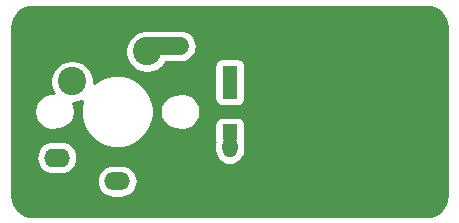
<source format=gbr>
G04 #@! TF.GenerationSoftware,KiCad,Pcbnew,(5.1.4)-1*
G04 #@! TF.CreationDate,2023-05-20T19:36:27-04:00*
G04 #@! TF.ProjectId,Sample,53616d70-6c65-42e6-9b69-6361645f7063,rev?*
G04 #@! TF.SameCoordinates,Original*
G04 #@! TF.FileFunction,Copper,L2,Bot*
G04 #@! TF.FilePolarity,Positive*
%FSLAX46Y46*%
G04 Gerber Fmt 4.6, Leading zero omitted, Abs format (unit mm)*
G04 Created by KiCad (PCBNEW (5.1.4)-1) date 2023-05-20 19:36:27*
%MOMM*%
%LPD*%
G04 APERTURE LIST*
%ADD10C,2.400000*%
%ADD11C,1.500000*%
%ADD12C,1.500000*%
%ADD13O,2.200000X1.600000*%
%ADD14O,2.200000X1.500000*%
%ADD15R,1.300000X1.400000*%
%ADD16O,1.300000X1.778000*%
%ADD17R,1.300000X1.778000*%
%ADD18C,0.250000*%
%ADD19C,0.254000*%
G04 APERTURE END LIST*
D10*
X131921250Y-90170000D03*
D11*
X133281292Y-89709599D03*
D12*
X131831347Y-89722252D02*
X134731237Y-89696946D01*
D13*
X124281250Y-99150000D03*
D14*
X129381250Y-101150000D03*
D10*
X125571250Y-92710000D03*
D15*
X138906250Y-97025000D03*
X138906250Y-93475000D03*
D16*
X138906250Y-98250000D03*
D17*
X138906250Y-92250000D03*
D18*
X138906250Y-92250000D02*
X138906250Y-93475000D01*
X138906250Y-97025000D02*
X138906250Y-98250000D01*
D19*
G36*
X155908710Y-86420886D02*
G01*
X156229710Y-86517801D01*
X156525775Y-86675221D01*
X156785623Y-86887149D01*
X156999358Y-87145510D01*
X157158838Y-87440464D01*
X157257994Y-87760782D01*
X157296250Y-88124762D01*
X157296251Y-102361461D01*
X157260364Y-102727460D01*
X157163448Y-103048462D01*
X157006029Y-103344525D01*
X156794101Y-103604373D01*
X156535742Y-103818106D01*
X156240786Y-103977588D01*
X155920469Y-104076743D01*
X155556479Y-104115000D01*
X122269779Y-104115000D01*
X121903790Y-104079114D01*
X121582788Y-103982198D01*
X121286725Y-103824779D01*
X121026877Y-103612851D01*
X120813144Y-103354492D01*
X120653662Y-103059536D01*
X120554507Y-102739219D01*
X120516250Y-102375229D01*
X120516250Y-101150000D01*
X127639549Y-101150000D01*
X127666290Y-101421507D01*
X127745486Y-101682581D01*
X127874093Y-101923188D01*
X128047169Y-102134081D01*
X128258062Y-102307157D01*
X128498669Y-102435764D01*
X128759743Y-102514960D01*
X128963213Y-102535000D01*
X129799287Y-102535000D01*
X130002757Y-102514960D01*
X130263831Y-102435764D01*
X130504438Y-102307157D01*
X130715331Y-102134081D01*
X130888407Y-101923188D01*
X131017014Y-101682581D01*
X131096210Y-101421507D01*
X131122951Y-101150000D01*
X131096210Y-100878493D01*
X131017014Y-100617419D01*
X130888407Y-100376812D01*
X130715331Y-100165919D01*
X130504438Y-99992843D01*
X130263831Y-99864236D01*
X130002757Y-99785040D01*
X129799287Y-99765000D01*
X128963213Y-99765000D01*
X128759743Y-99785040D01*
X128498669Y-99864236D01*
X128258062Y-99992843D01*
X128047169Y-100165919D01*
X127874093Y-100376812D01*
X127745486Y-100617419D01*
X127666290Y-100878493D01*
X127639549Y-101150000D01*
X120516250Y-101150000D01*
X120516250Y-99150000D01*
X122539307Y-99150000D01*
X122567014Y-99431309D01*
X122649068Y-99701808D01*
X122782318Y-99951101D01*
X122961642Y-100169608D01*
X123180149Y-100348932D01*
X123429442Y-100482182D01*
X123699941Y-100564236D01*
X123910758Y-100585000D01*
X124651742Y-100585000D01*
X124862559Y-100564236D01*
X125133058Y-100482182D01*
X125382351Y-100348932D01*
X125600858Y-100169608D01*
X125780182Y-99951101D01*
X125913432Y-99701808D01*
X125995486Y-99431309D01*
X126023193Y-99150000D01*
X125995486Y-98868691D01*
X125913432Y-98598192D01*
X125780182Y-98348899D01*
X125600858Y-98130392D01*
X125382351Y-97951068D01*
X125133058Y-97817818D01*
X124862559Y-97735764D01*
X124651742Y-97715000D01*
X123910758Y-97715000D01*
X123699941Y-97735764D01*
X123429442Y-97817818D01*
X123180149Y-97951068D01*
X122961642Y-98130392D01*
X122782318Y-98348899D01*
X122649068Y-98598192D01*
X122567014Y-98868691D01*
X122539307Y-99150000D01*
X120516250Y-99150000D01*
X120516250Y-95098816D01*
X122346250Y-95098816D01*
X122346250Y-95401184D01*
X122405239Y-95697743D01*
X122520951Y-95977095D01*
X122688938Y-96228505D01*
X122902745Y-96442312D01*
X123154155Y-96610299D01*
X123433507Y-96726011D01*
X123730066Y-96785000D01*
X124032434Y-96785000D01*
X124283802Y-96735000D01*
X124447510Y-96735000D01*
X124734408Y-96677932D01*
X125004661Y-96565990D01*
X125247882Y-96403475D01*
X125454725Y-96196632D01*
X125617240Y-95953411D01*
X125729182Y-95683158D01*
X125786250Y-95396260D01*
X125786250Y-95103740D01*
X125729182Y-94816842D01*
X125617240Y-94546589D01*
X125616178Y-94545000D01*
X125751982Y-94545000D01*
X126106500Y-94474482D01*
X126416485Y-94346082D01*
X126414805Y-94350139D01*
X126296250Y-94946154D01*
X126296250Y-95553846D01*
X126414805Y-96149861D01*
X126647358Y-96711295D01*
X126984974Y-97216573D01*
X127414677Y-97646276D01*
X127919955Y-97983892D01*
X128481389Y-98216445D01*
X129077404Y-98335000D01*
X129685096Y-98335000D01*
X130281111Y-98216445D01*
X130842545Y-97983892D01*
X131347823Y-97646276D01*
X131777526Y-97216573D01*
X132115142Y-96711295D01*
X132347695Y-96149861D01*
X132466250Y-95553846D01*
X132466250Y-95103740D01*
X132976250Y-95103740D01*
X132976250Y-95396260D01*
X133033318Y-95683158D01*
X133145260Y-95953411D01*
X133307775Y-96196632D01*
X133514618Y-96403475D01*
X133757839Y-96565990D01*
X134028092Y-96677932D01*
X134314990Y-96735000D01*
X134478698Y-96735000D01*
X134730066Y-96785000D01*
X135032434Y-96785000D01*
X135328993Y-96726011D01*
X135608345Y-96610299D01*
X135859755Y-96442312D01*
X135977067Y-96325000D01*
X137618178Y-96325000D01*
X137618178Y-97725000D01*
X137630438Y-97849482D01*
X137630818Y-97850734D01*
X137621250Y-97947877D01*
X137621250Y-98552122D01*
X137639843Y-98740903D01*
X137713321Y-98983126D01*
X137832642Y-99206361D01*
X137993222Y-99402028D01*
X138188888Y-99562608D01*
X138412123Y-99681929D01*
X138654346Y-99755407D01*
X138906250Y-99780217D01*
X139158153Y-99755407D01*
X139400376Y-99681929D01*
X139623611Y-99562608D01*
X139819278Y-99402028D01*
X139979858Y-99206362D01*
X140099179Y-98983127D01*
X140172657Y-98740904D01*
X140191250Y-98552123D01*
X140191250Y-97947878D01*
X140181682Y-97850734D01*
X140182062Y-97849482D01*
X140194322Y-97725000D01*
X140194322Y-96325000D01*
X140182062Y-96200518D01*
X140145752Y-96080820D01*
X140086787Y-95970506D01*
X140007435Y-95873815D01*
X139910744Y-95794463D01*
X139800430Y-95735498D01*
X139680732Y-95699188D01*
X139556250Y-95686928D01*
X138256250Y-95686928D01*
X138131768Y-95699188D01*
X138012070Y-95735498D01*
X137901756Y-95794463D01*
X137805065Y-95873815D01*
X137725713Y-95970506D01*
X137666748Y-96080820D01*
X137630438Y-96200518D01*
X137618178Y-96325000D01*
X135977067Y-96325000D01*
X136073562Y-96228505D01*
X136241549Y-95977095D01*
X136357261Y-95697743D01*
X136416250Y-95401184D01*
X136416250Y-95098816D01*
X136357261Y-94802257D01*
X136241549Y-94522905D01*
X136073562Y-94271495D01*
X135859755Y-94057688D01*
X135608345Y-93889701D01*
X135328993Y-93773989D01*
X135032434Y-93715000D01*
X134730066Y-93715000D01*
X134478698Y-93765000D01*
X134314990Y-93765000D01*
X134028092Y-93822068D01*
X133757839Y-93934010D01*
X133514618Y-94096525D01*
X133307775Y-94303368D01*
X133145260Y-94546589D01*
X133033318Y-94816842D01*
X132976250Y-95103740D01*
X132466250Y-95103740D01*
X132466250Y-94946154D01*
X132347695Y-94350139D01*
X132115142Y-93788705D01*
X131777526Y-93283427D01*
X131347823Y-92853724D01*
X130842545Y-92516108D01*
X130281111Y-92283555D01*
X129685096Y-92165000D01*
X129077404Y-92165000D01*
X128481389Y-92283555D01*
X127919955Y-92516108D01*
X127414677Y-92853724D01*
X127406250Y-92862151D01*
X127406250Y-92529268D01*
X127335732Y-92174750D01*
X127197406Y-91840801D01*
X126996588Y-91540256D01*
X126740994Y-91284662D01*
X126440449Y-91083844D01*
X126106500Y-90945518D01*
X125751982Y-90875000D01*
X125390518Y-90875000D01*
X125036000Y-90945518D01*
X124702051Y-91083844D01*
X124401506Y-91284662D01*
X124145912Y-91540256D01*
X123945094Y-91840801D01*
X123806768Y-92174750D01*
X123736250Y-92529268D01*
X123736250Y-92890732D01*
X123806768Y-93245250D01*
X123945094Y-93579199D01*
X124036355Y-93715780D01*
X124032434Y-93715000D01*
X123730066Y-93715000D01*
X123433507Y-93773989D01*
X123154155Y-93889701D01*
X122902745Y-94057688D01*
X122688938Y-94271495D01*
X122520951Y-94522905D01*
X122405239Y-94802257D01*
X122346250Y-95098816D01*
X120516250Y-95098816D01*
X120516250Y-89989268D01*
X130086250Y-89989268D01*
X130086250Y-90350732D01*
X130156768Y-90705250D01*
X130295094Y-91039199D01*
X130495912Y-91339744D01*
X130751506Y-91595338D01*
X131052051Y-91796156D01*
X131386000Y-91934482D01*
X131740518Y-92005000D01*
X132101982Y-92005000D01*
X132456500Y-91934482D01*
X132790449Y-91796156D01*
X133090994Y-91595338D01*
X133325332Y-91361000D01*
X137618178Y-91361000D01*
X137618178Y-94175000D01*
X137630438Y-94299482D01*
X137666748Y-94419180D01*
X137725713Y-94529494D01*
X137805065Y-94626185D01*
X137901756Y-94705537D01*
X138012070Y-94764502D01*
X138131768Y-94800812D01*
X138256250Y-94813072D01*
X139556250Y-94813072D01*
X139680732Y-94800812D01*
X139800430Y-94764502D01*
X139910744Y-94705537D01*
X140007435Y-94626185D01*
X140086787Y-94529494D01*
X140145752Y-94419180D01*
X140182062Y-94299482D01*
X140194322Y-94175000D01*
X140194322Y-91361000D01*
X140182062Y-91236518D01*
X140145752Y-91116820D01*
X140086787Y-91006506D01*
X140007435Y-90909815D01*
X139910744Y-90830463D01*
X139800430Y-90771498D01*
X139680732Y-90735188D01*
X139556250Y-90722928D01*
X138256250Y-90722928D01*
X138131768Y-90735188D01*
X138012070Y-90771498D01*
X137901756Y-90830463D01*
X137805065Y-90909815D01*
X137725713Y-91006506D01*
X137666748Y-91116820D01*
X137630438Y-91236518D01*
X137618178Y-91361000D01*
X133325332Y-91361000D01*
X133346588Y-91339744D01*
X133511698Y-91092640D01*
X134811356Y-91081299D01*
X135014644Y-91059484D01*
X135275017Y-90978013D01*
X135514492Y-90847311D01*
X135723867Y-90672402D01*
X135895096Y-90460006D01*
X136021599Y-90218286D01*
X136098513Y-89956531D01*
X136122884Y-89684802D01*
X136093775Y-89413539D01*
X136012304Y-89153166D01*
X135881602Y-88913690D01*
X135706692Y-88704316D01*
X135494297Y-88533087D01*
X135252577Y-88406584D01*
X134990822Y-88329669D01*
X134787185Y-88311406D01*
X132083437Y-88335000D01*
X131740518Y-88335000D01*
X131696324Y-88343791D01*
X131547940Y-88359714D01*
X131428699Y-88397025D01*
X131386000Y-88405518D01*
X131337958Y-88425418D01*
X131287567Y-88441185D01*
X131248765Y-88462363D01*
X131052051Y-88543844D01*
X130751506Y-88744662D01*
X130495912Y-89000256D01*
X130295094Y-89300801D01*
X130156768Y-89634750D01*
X130086250Y-89989268D01*
X120516250Y-89989268D01*
X120516250Y-88138529D01*
X120552136Y-87772540D01*
X120649051Y-87451540D01*
X120806471Y-87155475D01*
X121018399Y-86895627D01*
X121276760Y-86681892D01*
X121571714Y-86522412D01*
X121892032Y-86423256D01*
X122256012Y-86385000D01*
X155542721Y-86385000D01*
X155908710Y-86420886D01*
X155908710Y-86420886D01*
G37*
X155908710Y-86420886D02*
X156229710Y-86517801D01*
X156525775Y-86675221D01*
X156785623Y-86887149D01*
X156999358Y-87145510D01*
X157158838Y-87440464D01*
X157257994Y-87760782D01*
X157296250Y-88124762D01*
X157296251Y-102361461D01*
X157260364Y-102727460D01*
X157163448Y-103048462D01*
X157006029Y-103344525D01*
X156794101Y-103604373D01*
X156535742Y-103818106D01*
X156240786Y-103977588D01*
X155920469Y-104076743D01*
X155556479Y-104115000D01*
X122269779Y-104115000D01*
X121903790Y-104079114D01*
X121582788Y-103982198D01*
X121286725Y-103824779D01*
X121026877Y-103612851D01*
X120813144Y-103354492D01*
X120653662Y-103059536D01*
X120554507Y-102739219D01*
X120516250Y-102375229D01*
X120516250Y-101150000D01*
X127639549Y-101150000D01*
X127666290Y-101421507D01*
X127745486Y-101682581D01*
X127874093Y-101923188D01*
X128047169Y-102134081D01*
X128258062Y-102307157D01*
X128498669Y-102435764D01*
X128759743Y-102514960D01*
X128963213Y-102535000D01*
X129799287Y-102535000D01*
X130002757Y-102514960D01*
X130263831Y-102435764D01*
X130504438Y-102307157D01*
X130715331Y-102134081D01*
X130888407Y-101923188D01*
X131017014Y-101682581D01*
X131096210Y-101421507D01*
X131122951Y-101150000D01*
X131096210Y-100878493D01*
X131017014Y-100617419D01*
X130888407Y-100376812D01*
X130715331Y-100165919D01*
X130504438Y-99992843D01*
X130263831Y-99864236D01*
X130002757Y-99785040D01*
X129799287Y-99765000D01*
X128963213Y-99765000D01*
X128759743Y-99785040D01*
X128498669Y-99864236D01*
X128258062Y-99992843D01*
X128047169Y-100165919D01*
X127874093Y-100376812D01*
X127745486Y-100617419D01*
X127666290Y-100878493D01*
X127639549Y-101150000D01*
X120516250Y-101150000D01*
X120516250Y-99150000D01*
X122539307Y-99150000D01*
X122567014Y-99431309D01*
X122649068Y-99701808D01*
X122782318Y-99951101D01*
X122961642Y-100169608D01*
X123180149Y-100348932D01*
X123429442Y-100482182D01*
X123699941Y-100564236D01*
X123910758Y-100585000D01*
X124651742Y-100585000D01*
X124862559Y-100564236D01*
X125133058Y-100482182D01*
X125382351Y-100348932D01*
X125600858Y-100169608D01*
X125780182Y-99951101D01*
X125913432Y-99701808D01*
X125995486Y-99431309D01*
X126023193Y-99150000D01*
X125995486Y-98868691D01*
X125913432Y-98598192D01*
X125780182Y-98348899D01*
X125600858Y-98130392D01*
X125382351Y-97951068D01*
X125133058Y-97817818D01*
X124862559Y-97735764D01*
X124651742Y-97715000D01*
X123910758Y-97715000D01*
X123699941Y-97735764D01*
X123429442Y-97817818D01*
X123180149Y-97951068D01*
X122961642Y-98130392D01*
X122782318Y-98348899D01*
X122649068Y-98598192D01*
X122567014Y-98868691D01*
X122539307Y-99150000D01*
X120516250Y-99150000D01*
X120516250Y-95098816D01*
X122346250Y-95098816D01*
X122346250Y-95401184D01*
X122405239Y-95697743D01*
X122520951Y-95977095D01*
X122688938Y-96228505D01*
X122902745Y-96442312D01*
X123154155Y-96610299D01*
X123433507Y-96726011D01*
X123730066Y-96785000D01*
X124032434Y-96785000D01*
X124283802Y-96735000D01*
X124447510Y-96735000D01*
X124734408Y-96677932D01*
X125004661Y-96565990D01*
X125247882Y-96403475D01*
X125454725Y-96196632D01*
X125617240Y-95953411D01*
X125729182Y-95683158D01*
X125786250Y-95396260D01*
X125786250Y-95103740D01*
X125729182Y-94816842D01*
X125617240Y-94546589D01*
X125616178Y-94545000D01*
X125751982Y-94545000D01*
X126106500Y-94474482D01*
X126416485Y-94346082D01*
X126414805Y-94350139D01*
X126296250Y-94946154D01*
X126296250Y-95553846D01*
X126414805Y-96149861D01*
X126647358Y-96711295D01*
X126984974Y-97216573D01*
X127414677Y-97646276D01*
X127919955Y-97983892D01*
X128481389Y-98216445D01*
X129077404Y-98335000D01*
X129685096Y-98335000D01*
X130281111Y-98216445D01*
X130842545Y-97983892D01*
X131347823Y-97646276D01*
X131777526Y-97216573D01*
X132115142Y-96711295D01*
X132347695Y-96149861D01*
X132466250Y-95553846D01*
X132466250Y-95103740D01*
X132976250Y-95103740D01*
X132976250Y-95396260D01*
X133033318Y-95683158D01*
X133145260Y-95953411D01*
X133307775Y-96196632D01*
X133514618Y-96403475D01*
X133757839Y-96565990D01*
X134028092Y-96677932D01*
X134314990Y-96735000D01*
X134478698Y-96735000D01*
X134730066Y-96785000D01*
X135032434Y-96785000D01*
X135328993Y-96726011D01*
X135608345Y-96610299D01*
X135859755Y-96442312D01*
X135977067Y-96325000D01*
X137618178Y-96325000D01*
X137618178Y-97725000D01*
X137630438Y-97849482D01*
X137630818Y-97850734D01*
X137621250Y-97947877D01*
X137621250Y-98552122D01*
X137639843Y-98740903D01*
X137713321Y-98983126D01*
X137832642Y-99206361D01*
X137993222Y-99402028D01*
X138188888Y-99562608D01*
X138412123Y-99681929D01*
X138654346Y-99755407D01*
X138906250Y-99780217D01*
X139158153Y-99755407D01*
X139400376Y-99681929D01*
X139623611Y-99562608D01*
X139819278Y-99402028D01*
X139979858Y-99206362D01*
X140099179Y-98983127D01*
X140172657Y-98740904D01*
X140191250Y-98552123D01*
X140191250Y-97947878D01*
X140181682Y-97850734D01*
X140182062Y-97849482D01*
X140194322Y-97725000D01*
X140194322Y-96325000D01*
X140182062Y-96200518D01*
X140145752Y-96080820D01*
X140086787Y-95970506D01*
X140007435Y-95873815D01*
X139910744Y-95794463D01*
X139800430Y-95735498D01*
X139680732Y-95699188D01*
X139556250Y-95686928D01*
X138256250Y-95686928D01*
X138131768Y-95699188D01*
X138012070Y-95735498D01*
X137901756Y-95794463D01*
X137805065Y-95873815D01*
X137725713Y-95970506D01*
X137666748Y-96080820D01*
X137630438Y-96200518D01*
X137618178Y-96325000D01*
X135977067Y-96325000D01*
X136073562Y-96228505D01*
X136241549Y-95977095D01*
X136357261Y-95697743D01*
X136416250Y-95401184D01*
X136416250Y-95098816D01*
X136357261Y-94802257D01*
X136241549Y-94522905D01*
X136073562Y-94271495D01*
X135859755Y-94057688D01*
X135608345Y-93889701D01*
X135328993Y-93773989D01*
X135032434Y-93715000D01*
X134730066Y-93715000D01*
X134478698Y-93765000D01*
X134314990Y-93765000D01*
X134028092Y-93822068D01*
X133757839Y-93934010D01*
X133514618Y-94096525D01*
X133307775Y-94303368D01*
X133145260Y-94546589D01*
X133033318Y-94816842D01*
X132976250Y-95103740D01*
X132466250Y-95103740D01*
X132466250Y-94946154D01*
X132347695Y-94350139D01*
X132115142Y-93788705D01*
X131777526Y-93283427D01*
X131347823Y-92853724D01*
X130842545Y-92516108D01*
X130281111Y-92283555D01*
X129685096Y-92165000D01*
X129077404Y-92165000D01*
X128481389Y-92283555D01*
X127919955Y-92516108D01*
X127414677Y-92853724D01*
X127406250Y-92862151D01*
X127406250Y-92529268D01*
X127335732Y-92174750D01*
X127197406Y-91840801D01*
X126996588Y-91540256D01*
X126740994Y-91284662D01*
X126440449Y-91083844D01*
X126106500Y-90945518D01*
X125751982Y-90875000D01*
X125390518Y-90875000D01*
X125036000Y-90945518D01*
X124702051Y-91083844D01*
X124401506Y-91284662D01*
X124145912Y-91540256D01*
X123945094Y-91840801D01*
X123806768Y-92174750D01*
X123736250Y-92529268D01*
X123736250Y-92890732D01*
X123806768Y-93245250D01*
X123945094Y-93579199D01*
X124036355Y-93715780D01*
X124032434Y-93715000D01*
X123730066Y-93715000D01*
X123433507Y-93773989D01*
X123154155Y-93889701D01*
X122902745Y-94057688D01*
X122688938Y-94271495D01*
X122520951Y-94522905D01*
X122405239Y-94802257D01*
X122346250Y-95098816D01*
X120516250Y-95098816D01*
X120516250Y-89989268D01*
X130086250Y-89989268D01*
X130086250Y-90350732D01*
X130156768Y-90705250D01*
X130295094Y-91039199D01*
X130495912Y-91339744D01*
X130751506Y-91595338D01*
X131052051Y-91796156D01*
X131386000Y-91934482D01*
X131740518Y-92005000D01*
X132101982Y-92005000D01*
X132456500Y-91934482D01*
X132790449Y-91796156D01*
X133090994Y-91595338D01*
X133325332Y-91361000D01*
X137618178Y-91361000D01*
X137618178Y-94175000D01*
X137630438Y-94299482D01*
X137666748Y-94419180D01*
X137725713Y-94529494D01*
X137805065Y-94626185D01*
X137901756Y-94705537D01*
X138012070Y-94764502D01*
X138131768Y-94800812D01*
X138256250Y-94813072D01*
X139556250Y-94813072D01*
X139680732Y-94800812D01*
X139800430Y-94764502D01*
X139910744Y-94705537D01*
X140007435Y-94626185D01*
X140086787Y-94529494D01*
X140145752Y-94419180D01*
X140182062Y-94299482D01*
X140194322Y-94175000D01*
X140194322Y-91361000D01*
X140182062Y-91236518D01*
X140145752Y-91116820D01*
X140086787Y-91006506D01*
X140007435Y-90909815D01*
X139910744Y-90830463D01*
X139800430Y-90771498D01*
X139680732Y-90735188D01*
X139556250Y-90722928D01*
X138256250Y-90722928D01*
X138131768Y-90735188D01*
X138012070Y-90771498D01*
X137901756Y-90830463D01*
X137805065Y-90909815D01*
X137725713Y-91006506D01*
X137666748Y-91116820D01*
X137630438Y-91236518D01*
X137618178Y-91361000D01*
X133325332Y-91361000D01*
X133346588Y-91339744D01*
X133511698Y-91092640D01*
X134811356Y-91081299D01*
X135014644Y-91059484D01*
X135275017Y-90978013D01*
X135514492Y-90847311D01*
X135723867Y-90672402D01*
X135895096Y-90460006D01*
X136021599Y-90218286D01*
X136098513Y-89956531D01*
X136122884Y-89684802D01*
X136093775Y-89413539D01*
X136012304Y-89153166D01*
X135881602Y-88913690D01*
X135706692Y-88704316D01*
X135494297Y-88533087D01*
X135252577Y-88406584D01*
X134990822Y-88329669D01*
X134787185Y-88311406D01*
X132083437Y-88335000D01*
X131740518Y-88335000D01*
X131696324Y-88343791D01*
X131547940Y-88359714D01*
X131428699Y-88397025D01*
X131386000Y-88405518D01*
X131337958Y-88425418D01*
X131287567Y-88441185D01*
X131248765Y-88462363D01*
X131052051Y-88543844D01*
X130751506Y-88744662D01*
X130495912Y-89000256D01*
X130295094Y-89300801D01*
X130156768Y-89634750D01*
X130086250Y-89989268D01*
X120516250Y-89989268D01*
X120516250Y-88138529D01*
X120552136Y-87772540D01*
X120649051Y-87451540D01*
X120806471Y-87155475D01*
X121018399Y-86895627D01*
X121276760Y-86681892D01*
X121571714Y-86522412D01*
X121892032Y-86423256D01*
X122256012Y-86385000D01*
X155542721Y-86385000D01*
X155908710Y-86420886D01*
M02*

</source>
